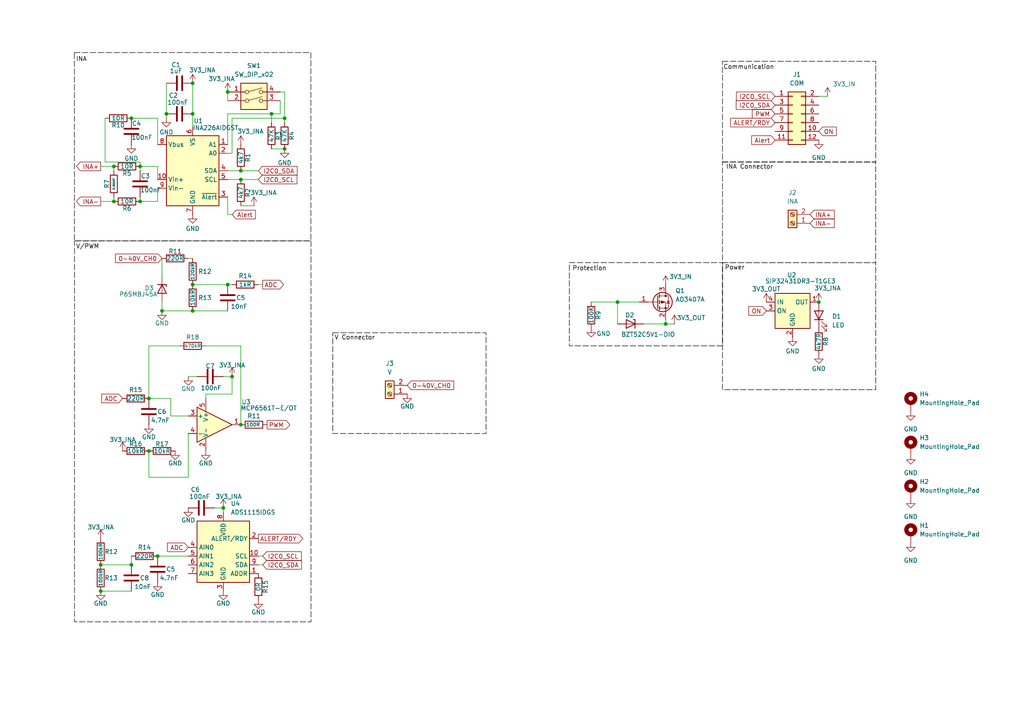
<source format=kicad_sch>
(kicad_sch (version 20250114) (generator "eeschema") (generator_version "9.0")
  (paper "A4")
  (title_block (title "INA_Board") (date "2025-11-15") (rev "1.1") (company "PKl"))
  (lib_symbols
    (symbol "Analog_ADC:ADS1115IDGS"
      (property "Reference" "U" (at 2.54 13.97 0))
      (property "Value" "ADS1115IDGS" (at 7.62 11.43 0))
      (symbol "ADS1115IDGS_0_1"
        (rectangle (start -7.62 10.16) (end 7.62 -7.62) (stroke (width 0.254)) (fill (type background)))
      )
      (symbol "ADS1115IDGS_1_1"
        (pin input line (at -10.16 2.54 0) (length 2.54) (name "AIN0") (number "4"))
        (pin input line (at -10.16 0 0) (length 2.54) (name "AIN1") (number "5"))
        (pin input line (at -10.16 -2.54 0) (length 2.54) (name "AIN2") (number "6"))
        (pin input line (at -10.16 -5.08 0) (length 2.54) (name "AIN3") (number "7"))
        (pin power_in line (at 0 12.7 270) (length 2.54) (name "VDD") (number "8"))
        (pin power_in line (at 0 -10.16 90) (length 2.54) (name "GND") (number "3"))
        (pin output line (at 10.16 5.08 180) (length 2.54) (name "ALERT/RDY") (number "2"))
        (pin input line (at 10.16 0 180) (length 2.54) (name "SCL") (number "10"))
        (pin bidirectional line (at 10.16 -2.54 180) (length 2.54) (name "SDA") (number "9"))
        (pin input line (at 10.16 -5.08 180) (length 2.54) (name "ADDR") (number "1"))
      )
    )
    (symbol "Comparator:MCP6561-OT" (pin_names (offset 0.127))
      (property "Reference" "U" (at -1.27 6.35 0))
      (property "Value" "MCP6561-OT" (at -1.27 3.81 0))
      (symbol "MCP6561-OT_0_1"
        (polyline (pts (xy -5.08 5.08) (xy 5.08 0) (xy -5.08 -5.08) (xy -5.08 5.08)) (stroke (width 0.254)) (fill (type background)))
        (pin power_in line (at -2.54 7.62 270) (length 3.81) (name "V+") (number "5"))
        (pin power_in line (at -2.54 -7.62 90) (length 3.81) (name "V-") (number "2"))
      )
      (symbol "MCP6561-OT_1_1"
        (pin input line (at -7.62 2.54 0) (length 2.54) (name "+") (number "3"))
        (pin input line (at -7.62 -2.54 0) (length 2.54) (name "-") (number "4"))
        (pin output line (at 7.62 0 180) (length 2.54) (name "~") (number "1"))
      )
    )
    (symbol "Connector:Screw_Terminal_01x02" (pin_names (offset 1.016) (hide yes))
      (property "Reference" "J" (at 0 2.54 0))
      (property "Value" "Screw_Terminal_01x02" (at 0 -5.08 0))
      (symbol "Screw_Terminal_01x02_1_1"
        (rectangle (start -1.27 1.27) (end 1.27 -3.81) (stroke (width 0.254)) (fill (type background)))
        (polyline (pts (xy -0.5334 0.3302) (xy 0.3302 -0.508)) (stroke (width 0.1524)))
        (polyline (pts (xy -0.5334 -2.2098) (xy 0.3302 -3.048)) (stroke (width 0.1524)))
        (polyline (pts (xy -0.3556 0.508) (xy 0.508 -0.3302)) (stroke (width 0.1524)))
        (polyline (pts (xy -0.3556 -2.032) (xy 0.508 -2.8702)) (stroke (width 0.1524)))
        (circle (center 0 0) (radius 0.635) (stroke (width 0.1524)))
        (circle (center 0 -2.54) (radius 0.635) (stroke (width 0.1524)))
        (pin passive line (at -5.08 0 0) (length 3.81) (name "Pin_1") (number "1"))
        (pin passive line (at -5.08 -2.54 0) (length 3.81) (name "Pin_2") (number "2"))
      )
    )
    (symbol "Connector_Generic:Conn_02x06_Odd_Even" (pin_names (offset 1.016) (hide yes))
      (property "Reference" "J" (at 1.27 7.62 0))
      (property "Value" "Conn_02x06_Odd_Even" (at 1.27 -10.16 0))
      (symbol "Conn_02x06_Odd_Even_1_1"
        (rectangle (start -1.27 6.35) (end 3.81 -8.89) (stroke (width 0.254)) (fill (type background)))
        (rectangle (start -1.27 5.207) (end 0 4.953) (stroke (width 0.1524)))
        (rectangle (start -1.27 2.667) (end 0 2.413) (stroke (width 0.1524)))
        (rectangle (start -1.27 0.127) (end 0 -0.127) (stroke (width 0.1524)))
        (rectangle (start -1.27 -2.413) (end 0 -2.667) (stroke (width 0.1524)))
        (rectangle (start -1.27 -4.953) (end 0 -5.207) (stroke (width 0.1524)))
        (rectangle (start -1.27 -7.493) (end 0 -7.747) (stroke (width 0.1524)))
        (rectangle (start 3.81 5.207) (end 2.54 4.953) (stroke (width 0.1524)))
        (rectangle (start 3.81 2.667) (end 2.54 2.413) (stroke (width 0.1524)))
        (rectangle (start 3.81 0.127) (end 2.54 -0.127) (stroke (width 0.1524)))
        (rectangle (start 3.81 -2.413) (end 2.54 -2.667) (stroke (width 0.1524)))
        (rectangle (start 3.81 -4.953) (end 2.54 -5.207) (stroke (width 0.1524)))
        (rectangle (start 3.81 -7.493) (end 2.54 -7.747) (stroke (width 0.1524)))
        (pin passive line (at -5.08 5.08 0) (length 3.81) (name "Pin_1") (number "1"))
        (pin passive line (at -5.08 2.54 0) (length 3.81) (name "Pin_3") (number "3"))
        (pin passive line (at -5.08 0 0) (length 3.81) (name "Pin_5") (number "5"))
        (pin passive line (at -5.08 -2.54 0) (length 3.81) (name "Pin_7") (number "7"))
        (pin passive line (at -5.08 -5.08 0) (length 3.81) (name "Pin_9") (number "9"))
        (pin passive line (at -5.08 -7.62 0) (length 3.81) (name "Pin_11") (number "11"))
        (pin passive line (at 7.62 5.08 180) (length 3.81) (name "Pin_2") (number "2"))
        (pin passive line (at 7.62 2.54 180) (length 3.81) (name "Pin_4") (number "4"))
        (pin passive line (at 7.62 0 180) (length 3.81) (name "Pin_6") (number "6"))
        (pin passive line (at 7.62 -2.54 180) (length 3.81) (name "Pin_8") (number "8"))
        (pin passive line (at 7.62 -5.08 180) (length 3.81) (name "Pin_10") (number "10"))
        (pin passive line (at 7.62 -7.62 180) (length 3.81) (name "Pin_12") (number "12"))
      )
    )
    (symbol "Device:C" (pin_numbers (hide yes)) (pin_names (offset 0.254))
      (property "Reference" "C" (at 0.635 2.54 0))
      (property "Value" "C" (at 0.635 -2.54 0))
      (symbol "C_0_1"
        (polyline (pts (xy -2.032 0.762) (xy 2.032 0.762)) (stroke (width 0.508)))
        (polyline (pts (xy -2.032 -0.762) (xy 2.032 -0.762)) (stroke (width 0.508)))
      )
      (symbol "C_1_1"
        (pin passive line (at 0 3.81 270) (length 2.794) (name "~") (number "1"))
        (pin passive line (at 0 -3.81 90) (length 2.794) (name "~") (number "2"))
      )
    )
    (symbol "Device:LED" (pin_numbers (hide yes)) (pin_names (offset 1.016) (hide yes))
      (property "Reference" "D" (at 0 2.54 0))
      (property "Value" "LED" (at 0 -2.54 0))
      (symbol "LED_0_1"
        (polyline (pts (xy -3.048 -0.762) (xy -4.572 -2.286) (xy -3.81 -2.286) (xy -4.572 -2.286) (xy -4.572 -1.524)))
        (polyline (pts (xy -1.778 -0.762) (xy -3.302 -2.286) (xy -2.54 -2.286) (xy -3.302 -2.286) (xy -3.302 -1.524)))
        (polyline (pts (xy -1.27 0) (xy 1.27 0)))
        (polyline (pts (xy -1.27 -1.27) (xy -1.27 1.27)) (stroke (width 0.254)))
        (polyline (pts (xy 1.27 -1.27) (xy 1.27 1.27) (xy -1.27 0) (xy 1.27 -1.27)) (stroke (width 0.254)))
      )
      (symbol "LED_1_1"
        (pin passive line (at -3.81 0 0) (length 2.54) (name "K") (number "1"))
        (pin passive line (at 3.81 0 180) (length 2.54) (name "A") (number "2"))
      )
    )
    (symbol "Device:R" (pin_numbers (hide yes)) (pin_names (offset 0))
      (property "Reference" "R" (at 2.032 0 90))
      (property "Value" "R" (at 0 0 90))
      (symbol "R_0_1"
        (rectangle (start -1.016 -2.54) (end 1.016 2.54) (stroke (width 0.254)))
      )
      (symbol "R_1_1"
        (pin passive line (at 0 3.81 270) (length 1.27) (name "~") (number "1"))
        (pin passive line (at 0 -3.81 90) (length 1.27) (name "~") (number "2"))
      )
    )
    (symbol "Diode:BZT52Bxx" (pin_numbers (hide yes)) (pin_names (hide yes))
      (property "Reference" "D" (at 0 2.54 0))
      (property "Value" "BZT52Bxx" (at 0 -2.54 0))
      (symbol "BZT52Bxx_0_1"
        (polyline (pts (xy -1.27 -1.27) (xy -1.27 1.27) (xy -0.762 1.27)) (stroke (width 0.254)))
        (polyline (pts (xy 1.27 0) (xy -1.27 0)))
        (polyline (pts (xy 1.27 -1.27) (xy 1.27 1.27) (xy -1.27 0) (xy 1.27 -1.27)) (stroke (width 0.254)))
      )
      (symbol "BZT52Bxx_1_1"
        (pin passive line (at -3.81 0 0) (length 2.54) (name "K") (number "1"))
        (pin passive line (at 3.81 0 180) (length 2.54) (name "A") (number "2"))
      )
    )
    (symbol "Diode:Z2SMBxxx" (pin_numbers (hide yes)) (pin_names (hide yes))
      (property "Reference" "D" (at 0 2.54 0))
      (property "Value" "Z2SMBxxx" (at 0 -2.54 0))
      (symbol "Z2SMBxxx_0_1"
        (polyline (pts (xy -1.27 -1.27) (xy -1.27 1.27) (xy -0.762 1.27)) (stroke (width 0.254)))
        (polyline (pts (xy 1.27 0) (xy -1.27 0)))
        (polyline (pts (xy 1.27 -1.27) (xy 1.27 1.27) (xy -1.27 0) (xy 1.27 -1.27)) (stroke (width 0.254)))
      )
      (symbol "Z2SMBxxx_1_1"
        (pin passive line (at -3.81 0 0) (length 2.54) (name "K") (number "1"))
        (pin passive line (at 3.81 0 180) (length 2.54) (name "A") (number "2"))
      )
    )
    (symbol "Mechanical:MountingHole_Pad" (pin_numbers (hide yes)) (pin_names (offset 1.016) (hide yes)) (in_bom no)
      (property "Reference" "H" (at 0 6.35 0))
      (property "Value" "MountingHole_Pad" (at 0 4.445 0))
      (symbol "MountingHole_Pad_0_1"
        (circle (center 0 1.27) (radius 1.27) (stroke (width 1.27)))
      )
      (symbol "MountingHole_Pad_1_1"
        (pin input line (at 0 -2.54 90) (length 2.54) (name "1") (number "1"))
      )
    )
    (symbol "Power_Management:SiP32431DR3"
      (property "Reference" "U" (at 0 8.89 0))
      (property "Value" "SiP32431DR3" (at 0 6.35 0))
      (symbol "SiP32431DR3_0_1"
        (rectangle (start -5.08 5.08) (end 5.08 -5.08) (stroke (width 0.254)) (fill (type background)))
      )
      (symbol "SiP32431DR3_1_1"
        (pin passive line (at -7.62 2.54 0) (length 2.54) (name "IN") (number "4"))
        (pin input line (at -7.62 0 0) (length 2.54) (name "ON") (number "3"))
        (pin power_in line (at 0 -7.62 90) (length 2.54) (name "GND") (number "2"))
        (pin passive line (at 0 -7.62 90) (length 2.54) (hide yes) (name "GND") (number "5"))
        (pin no_connect line (at 5.08 0 180) (length 2.54) (hide yes) (name "NC") (number "6"))
        (pin passive line (at 7.62 2.54 180) (length 2.54) (name "OUT") (number "1"))
      )
    )
    (symbol "Sensor_Energy:INA226"
      (property "Reference" "U" (at -6.35 11.43 0))
      (property "Value" "INA226" (at 3.81 11.43 0))
      (symbol "INA226_0_1"
        (rectangle (start 7.62 10.16) (end -7.62 -10.16) (stroke (width 0.254)) (fill (type background)))
      )
      (symbol "INA226_1_1"
        (pin input line (at -10.16 7.62 0) (length 2.54) (name "Vbus") (number "8"))
        (pin input line (at -10.16 -2.54 0) (length 2.54) (name "Vin+") (number "10"))
        (pin input line (at -10.16 -5.08 0) (length 2.54) (name "Vin-") (number "9"))
        (pin power_in line (at 0 12.7 270) (length 2.54) (name "VS") (number "6"))
        (pin power_in line (at 0 -12.7 90) (length 2.54) (name "GND") (number "7"))
        (pin input line (at 10.16 7.62 180) (length 2.54) (name "A1") (number "1"))
        (pin input line (at 10.16 5.08 180) (length 2.54) (name "A0") (number "2"))
        (pin bidirectional line (at 10.16 0 180) (length 2.54) (name "SDA") (number "4"))
        (pin input line (at 10.16 -2.54 180) (length 2.54) (name "SCL") (number "5"))
        (pin open_collector line (at 10.16 -7.62 180) (length 2.54) (name "~{Alert}") (number "3"))
      )
    )
    (symbol "Switch:SW_DIP_x02" (pin_names (offset 0) (hide yes))
      (property "Reference" "SW" (at 0 6.35 0))
      (property "Value" "SW_DIP_x02" (at 0 -3.81 0))
      (symbol "SW_DIP_x02_0_0"
        (circle (center -2.032 2.54) (radius 0.508))
        (circle (center -2.032 0) (radius 0.508))
        (polyline (pts (xy -1.524 2.667) (xy 2.3622 3.7084)))
        (polyline (pts (xy -1.524 0.127) (xy 2.3622 1.1684)))
        (circle (center 2.032 2.54) (radius 0.508))
        (circle (center 2.032 0) (radius 0.508))
      )
      (symbol "SW_DIP_x02_0_1"
        (rectangle (start -3.81 5.08) (end 3.81 -2.54) (stroke (width 0.254)) (fill (type background)))
      )
      (symbol "SW_DIP_x02_1_1"
        (pin passive line (at -7.62 2.54 0) (length 5.08) (name "~") (number "1"))
        (pin passive line (at -7.62 0 0) (length 5.08) (name "~") (number "2"))
        (pin passive line (at 7.62 2.54 180) (length 5.08) (name "~") (number "4"))
        (pin passive line (at 7.62 0 180) (length 5.08) (name "~") (number "3"))
      )
    )
    (symbol "Transistor_FET:AO3401A" (pin_names (hide yes))
      (property "Reference" "Q" (at 5.08 1.905 0))
      (property "Value" "AO3401A" (at 5.08 0 0))
      (symbol "AO3401A_0_1"
        (polyline (pts (xy 0.254 1.905) (xy 0.254 -1.905)) (stroke (width 0.254)))
        (polyline (pts (xy 0.254 0) (xy -2.54 0)))
        (polyline (pts (xy 0.762 2.286) (xy 0.762 1.27)) (stroke (width 0.254)))
        (polyline (pts (xy 0.762 1.778) (xy 3.302 1.778) (xy 3.302 -1.778) (xy 0.762 -1.778)))
        (polyline (pts (xy 0.762 0.508) (xy 0.762 -0.508)) (stroke (width 0.254)))
        (polyline (pts (xy 0.762 -1.27) (xy 0.762 -2.286)) (stroke (width 0.254)))
        (circle (center 1.651 0) (radius 2.794) (stroke (width 0.254)))
        (polyline (pts (xy 2.286 0) (xy 1.27 0.381) (xy 1.27 -0.381) (xy 2.286 0)) (fill (type outline)))
        (polyline (pts (xy 2.54 2.54) (xy 2.54 1.778)))
        (circle (center 2.54 1.778) (radius 0.254) (fill (type outline)))
        (circle (center 2.54 -1.778) (radius 0.254) (fill (type outline)))
        (polyline (pts (xy 2.54 -2.54) (xy 2.54 0) (xy 0.762 0)))
        (polyline (pts (xy 2.794 -0.508) (xy 2.921 -0.381) (xy 3.683 -0.381) (xy 3.81 -0.254)))
        (polyline (pts (xy 3.302 -0.381) (xy 2.921 0.254) (xy 3.683 0.254) (xy 3.302 -0.381)))
      )
      (symbol "AO3401A_1_1"
        (pin input line (at -5.08 0 0) (length 2.54) (name "G") (number "1"))
        (pin passive line (at 2.54 5.08 270) (length 2.54) (name "D") (number "3"))
        (pin passive line (at 2.54 -5.08 90) (length 2.54) (name "S") (number "2"))
      )
    )
    (symbol "power:+3.3V" (power) (pin_numbers (hide yes)) (pin_names (offset 0) (hide yes))
      (property "Value" "+3.3V" (at 0 3.556 0))
      (symbol "+3.3V_0_1"
        (polyline (pts (xy -0.762 1.27) (xy 0 2.54)))
        (polyline (pts (xy 0 2.54) (xy 0.762 1.27)))
        (polyline (pts (xy 0 0) (xy 0 2.54)))
      )
      (symbol "+3.3V_1_1"
        (pin power_in line (at 0 0 90) (length 0) (name "~") (number "1"))
      )
    )
    (symbol "power:GND" (power) (pin_numbers (hide yes)) (pin_names (offset 0) (hide yes))
      (property "Value" "GND" (at 0 -3.81 0))
      (symbol "GND_0_1"
        (polyline (pts (xy 0 0) (xy 0 -1.27) (xy 1.27 -1.27) (xy 0 -2.54) (xy -1.27 -1.27) (xy 0 -1.27)))
      )
      (symbol "GND_1_1"
        (pin power_in line (at 0 0 270) (length 0) (name "~") (number "1"))
      )
    )
  )
  (rectangle (start 96.52 96.52) (end 140.97 125.73) (stroke (width 0) (type dash) (color 0 0 0 1)))
  (rectangle (start 165.1324 76.1757) (end 209.5824 100.3057) (stroke (width 0) (type dash) (color 0 0 0 1)))
  (rectangle (start 209.55 17.78) (end 254 46.99) (stroke (width 0) (type dash) (color 0 0 0 1)))
  (rectangle (start 21.59 15.24) (end 90.17 69.85) (stroke (width 0) (type dash) (color 0 0 0 1)))
  (rectangle (start 209.55 76.2) (end 254 113.03) (stroke (width 0) (type dash) (color 0 0 0 1)))
  (rectangle (start 21.6145 69.858) (end 90.1945 180.356) (stroke (width 0) (type dash) (color 0 0 0 1)))
  (rectangle (start 209.55 46.99) (end 254 76.2) (stroke (width 0) (type dash) (color 0 0 0 1)))
  (text "Protection" (at 170.9744 77.9537 0) (effects (font (size 1.27 1.27))))
  (text "INA Connector" (at 217.424 48.514 0) (effects (font (size 1.27 1.27))))
  (text "Power" (at 213.106 77.724 0) (effects (font (size 1.27 1.27))))
  (text "V/PWM" (at 25.4 71.628 0) (effects (font (size 1.27 1.27))))
  (text "INA" (at 23.622 17.272 0) (effects (font (size 1.27 1.27))))
  (text "Communication" (at 217.17 19.558 0) (effects (font (size 1.27 1.27))))
  (text "V Connector" (at 102.87 98.044 0) (effects (font (size 1.27 1.27))))
  (junction (at 38.1 163.83))
  (junction (at 55.88 33.02))
  (junction (at 78.74 33.02))
  (junction (at 66.04 26.67))
  (junction (at 40.64 48.26))
  (junction (at 193.0724 93.9557))
  (junction (at 46.99 90.17))
  (junction (at 29.21 163.83))
  (junction (at 64.77 147.32))
  (junction (at 82.55 34.29))
  (junction (at 82.55 43.18))
  (junction (at 66.04 82.55))
  (junction (at 43.18 115.57))
  (junction (at 67.31 109.22))
  (junction (at 29.21 171.45))
  (junction (at 55.88 90.17))
  (junction (at 43.18 130.81))
  (junction (at 179.1024 87.6057))
  (junction (at 33.02 48.26))
  (junction (at 69.85 52.07))
  (junction (at 69.85 49.53))
  (junction (at 69.85 123.19))
  (junction (at 55.88 82.55))
  (junction (at 55.88 24.13))
  (junction (at 33.02 58.42))
  (junction (at 48.26 33.02))
  (junction (at 237.49 87.63))
  (junction (at 45.72 161.29))
  (junction (at 40.64 58.42))
  (junction (at 38.1 34.29))
  (wire (pts (xy 74.93 82.55) (xy 76.2 82.55)))
  (wire (pts (xy 45.72 48.26) (xy 45.72 52.07)))
  (wire (pts (xy 30.48 34.29) (xy 30.48 46.99)))
  (wire (pts (xy 55.88 90.17) (xy 66.04 90.17)))
  (wire (pts (xy 48.26 24.13) (xy 48.26 33.02)))
  (wire (pts (xy 59.69 114.3) (xy 59.69 115.57)))
  (wire (pts (xy 64.77 109.22) (xy 67.31 109.22)))
  (wire (pts (xy 66.04 26.67) (xy 66.04 29.21)))
  (wire (pts (xy 54.61 138.43) (xy 43.18 138.43)))
  (wire (pts (xy 66.04 33.02) (xy 66.04 41.91)))
  (wire (pts (xy 33.02 57.15) (xy 33.02 58.42)))
  (wire (pts (xy 46.99 90.17) (xy 55.88 90.17)))
  (wire (pts (xy 67.31 44.45) (xy 67.31 34.29)))
  (wire (pts (xy 54.61 74.93) (xy 55.88 74.93)))
  (wire (pts (xy 46.99 74.93) (xy 46.99 80.01)))
  (wire (pts (xy 29.21 171.45) (xy 38.1 171.45)))
  (wire (pts (xy 43.18 138.43) (xy 43.18 130.81)))
  (wire (pts (xy 64.77 147.32) (xy 64.77 148.59)))
  (wire (pts (xy 74.93 163.83) (xy 76.2 163.83)))
  (wire (pts (xy 45.72 161.29) (xy 54.61 161.29)))
  (wire (pts (xy 62.23 147.32) (xy 64.77 147.32)))
  (wire (pts (xy 193.0724 92.6857) (xy 193.0724 93.9557)))
  (wire (pts (xy 40.64 46.99) (xy 40.64 48.26)))
  (wire (pts (xy 33.02 48.26) (xy 33.02 49.53)))
  (wire (pts (xy 55.88 33.02) (xy 55.88 36.83)))
  (wire (pts (xy 43.18 115.57) (xy 49.53 115.57)))
  (wire (pts (xy 67.31 34.29) (xy 82.55 34.29)))
  (wire (pts (xy 193.0724 93.9557) (xy 195.6124 93.9557)))
  (wire (pts (xy 29.21 163.83) (xy 38.1 163.83)))
  (wire (pts (xy 67.31 109.22) (xy 67.31 114.3)))
  (wire (pts (xy 74.93 52.07) (xy 69.85 52.07)))
  (wire (pts (xy 66.04 57.15) (xy 66.04 62.23)))
  (wire (pts (xy 43.18 100.33) (xy 43.18 115.57)))
  (wire (pts (xy 59.69 100.33) (xy 69.85 100.33)))
  (wire (pts (xy 29.21 58.42) (xy 33.02 58.42)))
  (wire (pts (xy 69.85 100.33) (xy 69.85 123.19)))
  (wire (pts (xy 55.88 82.55) (xy 66.04 82.55)))
  (wire (pts (xy 67.31 82.55) (xy 66.04 82.55)))
  (wire (pts (xy 43.18 100.33) (xy 52.07 100.33)))
  (wire (pts (xy 45.72 34.29) (xy 38.1 34.29)))
  (wire (pts (xy 45.72 41.91) (xy 45.72 34.29)))
  (wire (pts (xy 40.64 58.42) (xy 45.72 58.42)))
  (wire (pts (xy 66.04 62.23) (xy 67.31 62.23)))
  (wire (pts (xy 171.4824 87.6057) (xy 179.1024 87.6057)))
  (wire (pts (xy 40.64 48.26) (xy 45.72 48.26)))
  (wire (pts (xy 81.28 33.02) (xy 78.74 33.02)))
  (wire (pts (xy 29.21 48.26) (xy 33.02 48.26)))
  (wire (pts (xy 179.1024 87.6057) (xy 179.1024 93.9557)))
  (wire (pts (xy 45.72 54.61) (xy 45.72 58.42)))
  (wire (pts (xy 54.61 109.22) (xy 57.15 109.22)))
  (wire (pts (xy 74.93 49.53) (xy 69.85 49.53)))
  (wire (pts (xy 67.31 114.3) (xy 59.69 114.3)))
  (wire (pts (xy 78.74 43.18) (xy 82.55 43.18)))
  (wire (pts (xy 38.1 34.29) (xy 38.1 35.56)))
  (wire (pts (xy 38.1 161.29) (xy 38.1 163.83)))
  (wire (pts (xy 82.55 26.67) (xy 81.28 26.67)))
  (wire (pts (xy 48.26 33.02) (xy 48.26 34.29)))
  (wire (pts (xy 55.88 24.13) (xy 55.88 33.02)))
  (wire (pts (xy 240.03 27.94) (xy 237.49 27.94)))
  (wire (pts (xy 69.85 52.07) (xy 66.04 52.07)))
  (wire (pts (xy 66.04 33.02) (xy 78.74 33.02)))
  (wire (pts (xy 78.74 33.02) (xy 78.74 35.56)))
  (wire (pts (xy 82.55 26.67) (xy 82.55 34.29)))
  (wire (pts (xy 82.55 34.29) (xy 82.55 35.56)))
  (wire (pts (xy 49.53 120.65) (xy 54.61 120.65)))
  (wire (pts (xy 186.7224 93.9557) (xy 193.0724 93.9557)))
  (wire (pts (xy 40.64 48.26) (xy 40.64 49.53)))
  (wire (pts (xy 46.99 87.63) (xy 46.99 90.17)))
  (wire (pts (xy 30.48 46.99) (xy 40.64 46.99)))
  (wire (pts (xy 69.85 49.53) (xy 66.04 49.53)))
  (wire (pts (xy 49.53 115.57) (xy 49.53 120.65)))
  (wire (pts (xy 179.1024 87.6057) (xy 185.4524 87.6057)))
  (wire (pts (xy 40.64 58.42) (xy 40.64 57.15)))
  (wire (pts (xy 54.61 138.43) (xy 54.61 125.73)))
  (wire (pts (xy 66.04 44.45) (xy 67.31 44.45)))
  (wire (pts (xy 81.28 29.21) (xy 81.28 33.02)))
  (wire (pts (xy 74.93 161.29) (xy 76.2 161.29)))
  (wire (pts (xy 69.85 59.69) (xy 73.66 59.69)))
  (global_label "ON" (shape input) (at 222.25 90.17 180) (property "Intersheetrefs" "${INTERSHEET_REFS}" (effects (hide yes))))
  (global_label "I2C0_SCL" (shape input) (at 224.79 27.94 180) (property "Intersheetrefs" "${INTERSHEET_REFS}" (effects (hide yes))))
  (global_label "I2C0_SDA" (shape input) (at 76.2 163.83 0) (property "Intersheetrefs" "${INTERSHEET_REFS}" (effects (hide yes))))
  (global_label "0-40V_CH0" (shape input) (at 118.11 111.76 0) (property "Intersheetrefs" "${INTERSHEET_REFS}" (effects (hide yes))))
  (global_label "I2C0_SCL" (shape input) (at 74.93 52.07 0) (property "Intersheetrefs" "${INTERSHEET_REFS}" (effects (hide yes))))
  (global_label "Alert" (shape input) (at 224.79 40.64 180) (property "Intersheetrefs" "${INTERSHEET_REFS}" (effects (hide yes))))
  (global_label "PWM" (shape output) (at 77.47 123.19 0) (property "Intersheetrefs" "${INTERSHEET_REFS}" (effects (hide yes))))
  (global_label "ON" (shape input) (at 237.49 38.1 0) (property "Intersheetrefs" "${INTERSHEET_REFS}" (effects (hide yes))))
  (global_label "INA+" (shape output) (at 29.21 48.26 180) (property "Intersheetrefs" "${INTERSHEET_REFS}" (effects (hide yes))))
  (global_label "ALERT{slash}RDY" (shape output) (at 74.93 156.21 0) (property "Intersheetrefs" "${INTERSHEET_REFS}" (effects (hide yes))))
  (global_label "I2C0_SDA" (shape input) (at 224.79 30.48 180) (property "Intersheetrefs" "${INTERSHEET_REFS}" (effects (hide yes))))
  (global_label "ALERT{slash}RDY" (shape input) (at 224.79 35.56 180) (property "Intersheetrefs" "${INTERSHEET_REFS}" (effects (hide yes))))
  (global_label "INA-" (shape input) (at 234.95 64.77 0) (property "Intersheetrefs" "${INTERSHEET_REFS}" (effects (hide yes))))
  (global_label "I2C0_SDA" (shape input) (at 74.93 49.53 0) (property "Intersheetrefs" "${INTERSHEET_REFS}" (effects (hide yes))))
  (global_label "INA-" (shape output) (at 29.21 58.42 180) (property "Intersheetrefs" "${INTERSHEET_REFS}" (effects (hide yes))))
  (global_label "PWM" (shape input) (at 224.79 33.02 180) (property "Intersheetrefs" "${INTERSHEET_REFS}" (effects (hide yes))))
  (global_label "ADC" (shape input) (at 54.61 158.75 180) (property "Intersheetrefs" "${INTERSHEET_REFS}" (effects (hide yes))))
  (global_label "I2C0_SCL" (shape input) (at 76.2 161.29 0) (property "Intersheetrefs" "${INTERSHEET_REFS}" (effects (hide yes))))
  (global_label "ADC" (shape output) (at 76.2 82.55 0) (property "Intersheetrefs" "${INTERSHEET_REFS}" (effects (hide yes))))
  (global_label "Alert" (shape input) (at 67.31 62.23 0) (property "Intersheetrefs" "${INTERSHEET_REFS}" (effects (hide yes))))
  (global_label "0-40V_CH0" (shape input) (at 46.99 74.93 180) (property "Intersheetrefs" "${INTERSHEET_REFS}" (effects (hide yes))))
  (global_label "INA+" (shape input) (at 234.95 62.23 0) (property "Intersheetrefs" "${INTERSHEET_REFS}" (effects (hide yes))))
  (global_label "ADC" (shape input) (at 35.56 115.57 180) (property "Intersheetrefs" "${INTERSHEET_REFS}" (effects (hide yes))))
  (symbol (lib_id "Device:C") (at 38.1 38.1 180) (unit 1)
    (property "Reference" "C4" (at 39.624 35.814 0))
    (property "Value" "100nF" (at 41.148 39.878 0))
    (property "Footprint" "Capacitor_SMD:C_0805_2012Metric" (effects (hide yes)))
    (property "Description" "Unpolarized capacitor" (effects (hide yes)))
  )
  (symbol (lib_id "Power_Management:SiP32431DR3") (at 229.87 90.17 0) (unit 1)
    (property "Reference" "U2" (at 229.616 79.756 0))
    (property "Value" "SIP32431DR3-T1GE3" (at 232.156 81.534 0))
    (property "Footprint" "Package_TO_SOT_SMD:SOT-363_SC-70-6" (effects (hide yes)))
    (property "Datasheet" "http://www.vishay.com.hk/docs/66597/sip32431.pdf" (effects (hide yes)))
    (property "Description" "10 pA, Ultra Low Leakage and Quiescent Current, Load Switch with Reverse Blocking, High Enable, SC-70-6" (effects (hide yes)))
  )
  (symbol (lib_id "Device:R") (at 29.21 160.02 180) (unit 1)
    (property "Reference" "R12" (at 32.258 160.02 0))
    (property "Value" "100kR" (at 29.21 160.02 90) (effects (font (size 1.016 1.016))))
    (property "Footprint" "Resistor_SMD:R_0805_2012Metric" (effects (hide yes)))
    (property "Description" "Resistor" (effects (hide yes)))
  )
  (symbol (lib_id "power:GND") (at 264.16 144.78 0) (unit 1)
    (property "Reference" "#PWR077" (effects (hide yes)))
    (property "Value" "GND" (at 264.16 149.86 0))
    (property "Description" "Power symbol creates a global label with name \"GND\" , ground" (effects (hide yes)))
  )
  (symbol (lib_id "Device:R") (at 34.29 34.29 90) (unit 1)
    (property "Reference" "R10" (at 34.29 36.322 90))
    (property "Value" "10R" (at 34.29 34.29 90))
    (property "Footprint" "Resistor_SMD:R_0805_2012Metric" (effects (hide yes)))
    (property "Description" "Resistor" (effects (hide yes)))
  )
  (symbol (lib_id "power:GND") (at 54.61 109.22 0) (unit 1)
    (property "Reference" "#PWR016" (effects (hide yes)))
    (property "Value" "GND" (at 54.61 112.776 0))
    (property "Description" "Power symbol creates a global label with name \"GND\" , ground" (effects (hide yes)))
  )
  (symbol (lib_id "Device:C") (at 43.18 119.38 180) (unit 1)
    (property "Reference" "C6" (at 46.99 119.38 0))
    (property "Value" "4.7nF" (at 46.482 121.92 0))
    (property "Footprint" "Capacitor_SMD:C_0805_2012Metric" (effects (hide yes)))
    (property "Description" "Unpolarized capacitor" (effects (hide yes)))
  )
  (symbol (lib_id "power:+3.3V") (at 237.49 87.63 0) (unit 1)
    (property "Reference" "#PWR03" (effects (hide yes)))
    (property "Value" "3V3_INA" (at 240.03 83.566 0))
    (property "Description" "Power symbol creates a global label with name \"+3.3V\"" (effects (hide yes)))
  )
  (symbol (lib_id "Diode:BZT52Bxx") (at 182.9124 93.9557 0) (mirror y) (unit 1)
    (property "Reference" "D2" (at 182.6584 91.4157 0))
    (property "Value" "BZT52C5V1-DIO" (at 187.9924 97.0037 0))
    (property "Footprint" "Diode_SMD:D_SOD-123F" (effects (hide yes)))
    (property "Datasheet" "https://diotec.com/tl_files/diotec/files/pdf/datasheets/bzt52b2v4.pdf" (effects (hide yes)))
    (property "Description" "500mW Zener Diode, SOD-123F" (effects (hide yes)))
  )
  (symbol (lib_id "Device:R") (at 36.83 58.42 90) (unit 1)
    (property "Reference" "R6" (at 36.83 60.452 90))
    (property "Value" "10R" (at 36.83 58.42 90))
    (property "Footprint" "Resistor_SMD:R_0805_2012Metric" (effects (hide yes)))
    (property "Description" "Resistor" (effects (hide yes)))
  )
  (symbol (lib_id "Device:R") (at 39.37 115.57 270) (unit 1)
    (property "Reference" "R15" (at 39.37 113.03 90))
    (property "Value" "220R" (at 39.37 115.57 90))
    (property "Footprint" "Resistor_SMD:R_0805_2012Metric" (effects (hide yes)))
    (property "Description" "Resistor" (effects (hide yes)))
  )
  (symbol (lib_id "Device:R") (at 36.83 48.26 90) (unit 1)
    (property "Reference" "R5" (at 36.83 50.292 90))
    (property "Value" "10R" (at 36.83 48.26 90))
    (property "Footprint" "Resistor_SMD:R_0805_2012Metric" (effects (hide yes)))
    (property "Description" "Resistor" (effects (hide yes)))
  )
  (symbol (lib_id "power:+3.3V") (at 193.0724 82.5257 0) (unit 1)
    (property "Reference" "#PWR0101" (effects (hide yes)))
    (property "Value" "3V3_IN" (at 197.3904 80.2397 0))
    (property "Description" "Power symbol creates a global label with name \"+3.3V\"" (effects (hide yes)))
  )
  (symbol (lib_id "Mechanical:MountingHole_Pad") (at 264.16 116.84 0) (unit 1) (in_bom no)
    (property "Reference" "H4" (at 266.7 114.2999 0) (effects (justify left)))
    (property "Value" "MountingHole_Pad" (at 266.7 116.8399 0) (effects (justify left)))
    (property "Footprint" "MountingHole:MountingHole_3.2mm_M3_DIN965_Pad" (effects (hide yes)))
    (property "Description" "Mounting Hole with connection" (effects (hide yes)))
  )
  (symbol (lib_id "power:GND") (at 229.87 97.79 0) (unit 1)
    (property "Reference" "#PWR02" (effects (hide yes)))
    (property "Value" "GND" (at 229.87 101.854 0))
    (property "Description" "Power symbol creates a global label with name \"GND\" , ground" (effects (hide yes)))
  )
  (symbol (lib_id "Mechanical:MountingHole_Pad") (at 264.16 129.54 0) (unit 1) (in_bom no)
    (property "Reference" "H3" (at 266.7 126.9999 0) (effects (justify left)))
    (property "Value" "MountingHole_Pad" (at 266.7 129.5399 0) (effects (justify left)))
    (property "Footprint" "MountingHole:MountingHole_3.2mm_M3_DIN965_Pad" (effects (hide yes)))
    (property "Description" "Mounting Hole with connection" (effects (hide yes)))
  )
  (symbol (lib_id "Device:R") (at 46.99 130.81 90) (unit 1)
    (property "Reference" "R17" (at 46.99 128.778 90))
    (property "Value" "10kR" (at 46.99 130.81 90))
    (property "Footprint" "Resistor_SMD:R_0805_2012Metric" (effects (hide yes)))
    (property "Description" "Resistor" (effects (hide yes)))
  )
  (symbol (lib_id "power:GND") (at 264.16 157.48 0) (unit 1)
    (property "Reference" "#PWR078" (effects (hide yes)))
    (property "Value" "GND" (at 264.16 162.56 0))
    (property "Description" "Power symbol creates a global label with name \"GND\" , ground" (effects (hide yes)))
  )
  (symbol (lib_id "power:GND") (at 264.16 119.38 0) (unit 1)
    (property "Reference" "#PWR0132" (effects (hide yes)))
    (property "Value" "GND" (at 264.16 124.46 0))
    (property "Description" "Power symbol creates a global label with name \"GND\" , ground" (effects (hide yes)))
  )
  (symbol (lib_id "power:+3.3V") (at 67.31 109.22 0) (unit 1)
    (property "Reference" "#PWR018" (effects (hide yes)))
    (property "Value" "3V3_INA" (at 67.31 105.918 0))
    (property "Description" "Power symbol creates a global label with name \"+3.3V\"" (effects (hide yes)))
  )
  (symbol (lib_id "Diode:Z2SMBxxx") (at 46.99 83.82 270) (unit 1)
    (property "Reference" "D3" (at 41.91 83.566 90) (effects (justify left)))
    (property "Value" "P6SMBJ45A" (at 34.544 85.344 90) (effects (justify left)))
    (property "Footprint" "Diode_SMD:D_SMB" (effects (hide yes)))
    (property "Datasheet" "https://diotec.com/tl_files/diotec/files/pdf/datasheets/z2smb1.pdf" (effects (hide yes)))
    (property "Description" "2000mW Zener Diode, SMB(DO-214AA)" (effects (hide yes)))
  )
  (symbol (lib_id "power:GND") (at 118.11 114.3 0) (unit 1)
    (property "Reference" "#PWR08" (effects (hide yes)))
    (property "Value" "GND" (at 118.11 117.856 0))
    (property "Description" "Power symbol creates a global label with name \"GND\" , ground" (effects (hide yes)))
  )
  (symbol (lib_id "power:+3.3V") (at 29.21 156.21 0) (unit 1)
    (property "Reference" "#PWR019" (effects (hide yes)))
    (property "Value" "3V3_INA" (at 29.21 152.908 0))
    (property "Description" "Power symbol creates a global label with name \"+3.3V\"" (effects (hide yes)))
  )
  (symbol (lib_id "power:+3.3V") (at 73.66 59.69 0) (unit 1)
    (property "Reference" "#PWR0116" (effects (hide yes)))
    (property "Value" "3V3_INA" (at 76.454 55.88 0))
    (property "Description" "Power symbol creates a global label with name \"+3.3V\"" (effects (hide yes)))
  )
  (symbol (lib_id "Device:R") (at 55.88 100.33 270) (unit 1)
    (property "Reference" "R18" (at 55.88 97.79 90))
    (property "Value" "470kR" (at 55.88 100.33 90) (effects (font (size 1.016 1.016))))
    (property "Footprint" "Resistor_SMD:R_0805_2012Metric" (effects (hide yes)))
    (property "Description" "Resistor" (effects (hide yes)))
  )
  (symbol (lib_id "power:GND") (at 45.72 168.91 0) (unit 1)
    (property "Reference" "#PWR021" (effects (hide yes)))
    (property "Value" "GND" (at 45.72 172.466 0))
    (property "Description" "Power symbol creates a global label with name \"GND\" , ground" (effects (hide yes)))
  )
  (symbol (lib_id "power:GND") (at 29.21 171.45 0) (unit 1)
    (property "Reference" "#PWR020" (effects (hide yes)))
    (property "Value" "GND" (at 29.21 175.006 0))
    (property "Description" "Power symbol creates a global label with name \"GND\" , ground" (effects (hide yes)))
  )
  (symbol (lib_id "power:GND") (at 55.88 62.23 0) (unit 1)
    (property "Reference" "#PWR053" (effects (hide yes)))
    (property "Value" "GND" (at 55.88 66.294 0))
    (property "Description" "Power symbol creates a global label with name \"GND\" , ground" (effects (hide yes)))
  )
  (symbol (lib_id "Sensor_Energy:INA226") (at 55.88 49.53 0) (unit 1)
    (property "Reference" "U1" (at 56.134 35.052 0) (effects (justify left)))
    (property "Value" "INA226AIDGST" (at 55.88 37.084 0) (effects (justify left)))
    (property "Footprint" "Package_SO:VSSOP-10_3x3mm_P0.5mm" (effects (hide yes)))
    (property "Datasheet" "http://www.ti.com/lit/ds/symlink/ina226.pdf" (effects (hide yes)))
    (property "Description" "High-Side or Low-Side Measurement, Bi-Directional Current and Power Monitor (0-36V) with I2C Compatible Interface, VSSOP-10" (effects (hide yes)))
  )
  (symbol (lib_id "Device:R") (at 82.55 39.37 180) (unit 1)
    (property "Reference" "R4" (at 84.582 39.37 90))
    (property "Value" "47K" (at 82.55 39.37 90))
    (property "Footprint" "Resistor_SMD:R_0805_2012Metric" (effects (hide yes)))
    (property "Description" "Resistor" (effects (hide yes)))
  )
  (symbol (lib_id "Device:R") (at 237.49 99.06 180) (unit 1)
    (property "Reference" "R8" (at 239.522 99.06 90))
    (property "Value" "4k7R" (at 237.49 99.06 90))
    (property "Footprint" "Resistor_SMD:R_0805_2012Metric" (effects (hide yes)))
    (property "Description" "Resistor" (effects (hide yes)))
  )
  (symbol (lib_id "Device:R") (at 71.12 82.55 270) (unit 1)
    (property "Reference" "R14" (at 71.12 80.01 90))
    (property "Value" "1kR" (at 71.12 82.55 90))
    (property "Footprint" "Resistor_SMD:R_0805_2012Metric" (effects (hide yes)))
    (property "Description" "Resistor" (effects (hide yes)))
  )
  (symbol (lib_id "Mechanical:MountingHole_Pad") (at 264.16 142.24 0) (unit 1) (in_bom no)
    (property "Reference" "H2" (at 266.7 139.6999 0) (effects (justify left)))
    (property "Value" "MountingHole_Pad" (at 266.7 142.2399 0) (effects (justify left)))
    (property "Footprint" "MountingHole:MountingHole_3.2mm_M3_DIN965_Pad" (effects (hide yes)))
    (property "Description" "Mounting Hole with connection" (effects (hide yes)))
  )
  (symbol (lib_id "Device:C") (at 66.04 86.36 180) (unit 1)
    (property "Reference" "C5" (at 69.85 86.36 0))
    (property "Value" "10nF" (at 69.342 88.9 0))
    (property "Footprint" "Capacitor_SMD:C_0805_2012Metric" (effects (hide yes)))
    (property "Description" "Unpolarized capacitor" (effects (hide yes)))
  )
  (symbol (lib_id "Device:R") (at 55.88 86.36 180) (unit 1)
    (property "Reference" "R13" (at 59.436 86.36 0))
    (property "Value" "10kR" (at 55.88 86.36 90))
    (property "Footprint" "Resistor_SMD:R_0805_2012Metric" (effects (hide yes)))
    (property "Description" "Resistor" (effects (hide yes)))
  )
  (symbol (lib_id "power:GND") (at 74.93 173.99 0) (unit 1)
    (property "Reference" "#PWR025" (effects (hide yes)))
    (property "Value" "GND" (at 74.93 177.546 0))
    (property "Description" "Power symbol creates a global label with name \"GND\" , ground" (effects (hide yes)))
  )
  (symbol (lib_id "Device:R") (at 33.02 53.34 0) (unit 1)
    (property "Reference" "R7" (at 30.988 53.34 90))
    (property "Value" "R_SHUNT" (at 33.02 53.34 90) (effects (font (size 0.508 0.508))))
    (property "Footprint" "Resistor_SMD:R_2512_6332Metric" (effects (hide yes)))
    (property "Description" "Resistor" (effects (hide yes)))
  )
  (symbol (lib_id "Device:C") (at 58.42 147.32 270) (unit 1)
    (property "Reference" "C6" (at 56.642 141.986 90))
    (property "Value" "100nF" (at 57.912 144.018 90))
    (property "Footprint" "Capacitor_SMD:C_0805_2012Metric" (effects (hide yes)))
    (property "Description" "Unpolarized capacitor" (effects (hide yes)))
  )
  (symbol (lib_id "Device:C") (at 38.1 167.64 180) (unit 1)
    (property "Reference" "C8" (at 41.91 167.64 0))
    (property "Value" "10nF" (at 41.402 170.18 0))
    (property "Footprint" "Capacitor_SMD:C_0805_2012Metric" (effects (hide yes)))
    (property "Description" "Unpolarized capacitor" (effects (hide yes)))
  )
  (symbol (lib_id "Transistor_FET:AO3401A") (at 190.5324 87.6057 0) (unit 1)
    (property "Reference" "Q1" (at 195.8664 84.3037 0) (effects (justify left)))
    (property "Value" "AO3407A" (at 195.8664 86.8437 0) (effects (justify left)))
    (property "Footprint" "Package_TO_SOT_SMD:SOT-23" (effects (hide yes)))
    (property "Datasheet" "http://www.aosmd.com/pdfs/datasheet/AO3401A.pdf" (effects (hide yes)))
    (property "Description" "-4.0A Id, -30V Vds, P-Channel MOSFET, SOT-23" (effects (hide yes)))
  )
  (symbol (lib_id "power:GND") (at 43.18 123.19 0) (unit 1)
    (property "Reference" "#PWR014" (effects (hide yes)))
    (property "Value" "GND" (at 43.18 126.746 0))
    (property "Description" "Power symbol creates a global label with name \"GND\" , ground" (effects (hide yes)))
  )
  (symbol (lib_id "power:GND") (at 64.77 171.45 0) (unit 1)
    (property "Reference" "#PWR024" (effects (hide yes)))
    (property "Value" "GND" (at 64.77 175.006 0))
    (property "Description" "Power symbol creates a global label with name \"GND\" , ground" (effects (hide yes)))
  )
  (symbol (lib_id "Device:R") (at 39.37 130.81 90) (unit 1)
    (property "Reference" "R16" (at 39.37 128.778 90))
    (property "Value" "10kR" (at 39.37 130.81 90))
    (property "Footprint" "Resistor_SMD:R_0805_2012Metric" (effects (hide yes)))
    (property "Description" "Resistor" (effects (hide yes)))
  )
  (symbol (lib_id "Device:R") (at 55.88 78.74 180) (unit 1)
    (property "Reference" "R12" (at 59.436 78.74 0))
    (property "Value" "120kR" (at 55.88 78.74 90) (effects (font (size 1.016 1.016))))
    (property "Footprint" "Resistor_SMD:R_0805_2012Metric" (effects (hide yes)))
    (property "Description" "Resistor" (effects (hide yes)))
  )
  (symbol (lib_id "Device:R") (at 74.93 170.18 180) (unit 1)
    (property "Reference" "R15" (at 76.962 170.18 90))
    (property "Value" "0R" (at 74.93 170.18 90))
    (property "Footprint" "Resistor_SMD:R_0805_2012Metric" (effects (hide yes)))
    (property "Description" "Resistor" (effects (hide yes)))
  )
  (symbol (lib_id "power:GND") (at 38.1 41.91 0) (unit 1)
    (property "Reference" "#PWR06" (effects (hide yes)))
    (property "Value" "GND" (at 38.1 45.974 0))
    (property "Description" "Power symbol creates a global label with name \"GND\" , ground" (effects (hide yes)))
  )
  (symbol (lib_id "Device:R") (at 29.21 167.64 180) (unit 1)
    (property "Reference" "R13" (at 32.258 167.64 0))
    (property "Value" "100kR" (at 29.21 167.64 90) (effects (font (size 1.016 1.016))))
    (property "Footprint" "Resistor_SMD:R_0805_2012Metric" (effects (hide yes)))
    (property "Description" "Resistor" (effects (hide yes)))
  )
  (symbol (lib_id "power:GND") (at 264.16 132.08 0) (unit 1)
    (property "Reference" "#PWR0131" (effects (hide yes)))
    (property "Value" "GND" (at 264.16 137.16 0))
    (property "Description" "Power symbol creates a global label with name \"GND\" , ground" (effects (hide yes)))
  )
  (symbol (lib_id "power:+3.3V") (at 35.56 130.81 0) (unit 1)
    (property "Reference" "#PWR013" (effects (hide yes)))
    (property "Value" "3V3_INA" (at 35.56 127.508 0))
    (property "Description" "Power symbol creates a global label with name \"+3.3V\"" (effects (hide yes)))
  )
  (symbol (lib_id "power:GND") (at 237.49 102.87 0) (unit 1)
    (property "Reference" "#PWR04" (effects (hide yes)))
    (property "Value" "GND" (at 237.49 106.934 0))
    (property "Description" "Power symbol creates a global label with name \"GND\" , ground" (effects (hide yes)))
  )
  (symbol (lib_id "power:+3.3V") (at 64.77 147.32 0) (unit 1)
    (property "Reference" "#PWR023" (effects (hide yes)))
    (property "Value" "3V3_INA" (at 66.294 144.018 0))
    (property "Description" "Power symbol creates a global label with name \"+3.3V\"" (effects (hide yes)))
  )
  (symbol (lib_id "Device:C") (at 40.64 53.34 180) (unit 1)
    (property "Reference" "C3" (at 42.164 51.054 0))
    (property "Value" "100nF" (at 43.688 55.118 0))
    (property "Footprint" "Capacitor_SMD:C_0805_2012Metric" (effects (hide yes)))
    (property "Description" "Unpolarized capacitor" (effects (hide yes)))
  )
  (symbol (lib_id "power:GND") (at 59.69 130.81 0) (unit 1)
    (property "Reference" "#PWR017" (effects (hide yes)))
    (property "Value" "GND" (at 59.69 134.366 0))
    (property "Description" "Power symbol creates a global label with name \"GND\" , ground" (effects (hide yes)))
  )
  (symbol (lib_id "power:GND") (at 54.61 147.32 0) (unit 1)
    (property "Reference" "#PWR022" (effects (hide yes)))
    (property "Value" "GND" (at 54.61 150.876 0))
    (property "Description" "Power symbol creates a global label with name \"GND\" , ground" (effects (hide yes)))
  )
  (symbol (lib_id "Device:R") (at 41.91 161.29 270) (unit 1)
    (property "Reference" "R14" (at 41.91 158.75 90))
    (property "Value" "220R" (at 41.91 161.29 90))
    (property "Footprint" "Resistor_SMD:R_0805_2012Metric" (effects (hide yes)))
    (property "Description" "Resistor" (effects (hide yes)))
  )
  (symbol (lib_id "Connector_Generic:Conn_02x06_Odd_Even") (at 229.87 33.02 0) (unit 1)
    (property "Reference" "J1" (at 231.14 21.59 0))
    (property "Value" "COM" (at 231.14 24.13 0))
    (property "Footprint" "Connector_PinHeader_2.54mm:PinHeader_2x06_P2.54mm_Vertical" (effects (hide yes)))
    (property "Description" "Generic connector, double row, 02x06, odd/even pin numbering scheme (row 1 odd numbers, row 2 even numbers), script generated (kicad-library-utils/schlib/autogen/connector/)" (effects (hide yes)))
  )
  (symbol (lib_id "Device:LED") (at 237.49 91.44 90) (unit 1)
    (property "Reference" "D1" (at 241.3 91.7574 90) (effects (justify right)))
    (property "Value" "LED" (at 241.3 94.2974 90) (effects (justify right)))
    (property "Footprint" "LED_SMD:LED_0805_2012Metric" (effects (hide yes)))
    (property "Description" "Light emitting diode" (effects (hide yes)))
    (property "Sim.Pins" "1=K 2=A" (effects (hide yes)))
  )
  (symbol (lib_id "power:GND") (at 50.8 130.81 0) (unit 1)
    (property "Reference" "#PWR015" (effects (hide yes)))
    (property "Value" "GND" (at 50.8 134.366 0))
    (property "Description" "Power symbol creates a global label with name \"GND\" , ground" (effects (hide yes)))
  )
  (symbol (lib_id "Switch:SW_DIP_x02") (at 73.66 29.21 0) (unit 1)
    (property "Reference" "SW1" (at 73.66 19.05 0))
    (property "Value" "SW_DIP_x02" (at 73.66 21.59 0))
    (property "Footprint" "Button_Switch_THT:SW_DIP_SPSTx02_Slide_9.78x7.26mm_W7.62mm_P2.54mm" (effects (hide yes)))
    (property "Description" "2x DIP Switch, Single Pole Single Throw (SPST) switch, small symbol" (effects (hide yes)))
  )
  (symbol (lib_id "Device:R") (at 73.66 123.19 270) (unit 1)
    (property "Reference" "R11" (at 73.66 120.65 90))
    (property "Value" "100R" (at 73.406 123.19 90) (effects (font (size 1.016 1.016))))
    (property "Footprint" "Resistor_SMD:R_0805_2012Metric" (effects (hide yes)))
    (property "Description" "Resistor" (effects (hide yes)))
  )
  (symbol (lib_id "Comparator:MCP6561-OT") (at 62.23 123.19 0) (unit 1)
    (property "Reference" "U3" (at 71.374 116.586 0))
    (property "Value" "MCP6561T-E/OT" (at 77.978 118.364 0))
    (property "Footprint" "Package_TO_SOT_SMD:SOT-23-5" (effects (hide yes)))
    (property "Datasheet" "http://ww1.microchip.com/downloads/en/DeviceDoc/MCP6561-1R-1U-2-4-1.8V-Low-Power-Push-Pull-Output-Comparator-DS20002139E.pdf" (effects (hide yes)))
    (property "Description" "Single 1.8V Low-Power Push-Pull Output Comparator, SOT-23-5" (effects (hide yes)))
  )
  (symbol (lib_id "power:+3.3V") (at 66.04 26.67 0) (unit 1)
    (property "Reference" "#PWR057" (effects (hide yes)))
    (property "Value" "3V3_INA" (at 64.262 22.86 0))
    (property "Description" "Power symbol creates a global label with name \"+3.3V\"" (effects (hide yes)))
  )
  (symbol (lib_id "Mechanical:MountingHole_Pad") (at 264.16 154.94 0) (unit 1) (in_bom no)
    (property "Reference" "H1" (at 266.7 152.3999 0) (effects (justify left)))
    (property "Value" "MountingHole_Pad" (at 266.7 154.9399 0) (effects (justify left)))
    (property "Footprint" "MountingHole:MountingHole_3.2mm_M3_DIN965_Pad" (effects (hide yes)))
    (property "Description" "Mounting Hole with connection" (effects (hide yes)))
  )
  (symbol (lib_id "Device:R") (at 50.8 74.93 270) (unit 1)
    (property "Reference" "R11" (at 50.8 72.898 90))
    (property "Value" "220R" (at 50.8 74.93 90))
    (property "Footprint" "Resistor_SMD:R_0805_2012Metric" (effects (hide yes)))
    (property "Description" "Resistor" (effects (hide yes)))
  )
  (symbol (lib_id "Device:C") (at 52.07 24.13 270) (unit 1)
    (property "Reference" "C1" (at 51.054 18.796 90))
    (property "Value" "1uF" (at 51.054 20.574 90))
    (property "Footprint" "Capacitor_SMD:C_0603_1608Metric" (effects (hide yes)))
    (property "Description" "Unpolarized capacitor" (effects (hide yes)))
  )
  (symbol (lib_id "power:+3.3V") (at 222.25 87.63 0) (unit 1)
    (property "Reference" "#PWR01" (effects (hide yes)))
    (property "Value" "3V3_OUT" (at 222.25 83.82 0))
    (property "Description" "Power symbol creates a global label with name \"+3.3V\"" (effects (hide yes)))
  )
  (symbol (lib_id "Device:R") (at 78.74 39.37 180) (unit 1)
    (property "Reference" "R3" (at 80.772 39.37 90))
    (property "Value" "47K" (at 78.74 39.37 90))
    (property "Footprint" "Resistor_SMD:R_0805_2012Metric" (effects (hide yes)))
    (property "Description" "Resistor" (effects (hide yes)))
  )
  (symbol (lib_id "Analog_ADC:ADS1115IDGS") (at 64.77 161.29 0) (unit 1)
    (property "Reference" "U4" (at 66.9133 146.05 0) (effects (justify left)))
    (property "Value" "ADS1115IDGS" (at 66.9133 148.59 0) (effects (justify left)))
    (property "Footprint" "Package_SO:TSSOP-10_3x3mm_P0.5mm" (effects (hide yes)))
    (property "Datasheet" "http://www.ti.com/lit/ds/symlink/ads1113.pdf" (effects (hide yes)))
    (property "Description" "Ultra-Small, Low-Power, I2C-Compatible, 860-SPS, 16-Bit ADCs With Internal Reference, Oscillator, and Programmable Comparator, VSSOP-10" (effects (hide yes)))
  )
  (symbol (lib_id "Connector:Screw_Terminal_01x02") (at 229.87 64.77 180) (unit 1)
    (property "Reference" "J2" (at 229.87 55.88 0))
    (property "Value" "INA" (at 229.87 58.42 0))
    (property "Footprint" "TerminalBlock_Phoenix:TerminalBlock_Phoenix_MKDS-1,5-2_1x02_P5.00mm_Horizontal" (effects (hide yes)))
    (property "Description" "Generic screw terminal, single row, 01x02, script generated (kicad-library-utils/schlib/autogen/connector/)" (effects (hide yes)))
  )
  (symbol (lib_id "Device:C") (at 45.72 165.1 180) (unit 1)
    (property "Reference" "C5" (at 49.53 165.1 0))
    (property "Value" "4.7nF" (at 49.022 167.64 0))
    (property "Footprint" "Capacitor_SMD:C_0805_2012Metric" (effects (hide yes)))
    (property "Description" "Unpolarized capacitor" (effects (hide yes)))
  )
  (symbol (lib_id "power:+3.3V") (at 195.6124 93.9557 0) (unit 1)
    (property "Reference" "#PWR0102" (effects (hide yes)))
    (property "Value" "3V3_OUT" (at 200.4384 92.1777 0))
    (property "Description" "Power symbol creates a global label with name \"+3.3V\"" (effects (hide yes)))
  )
  (symbol (lib_id "power:GND") (at 46.99 90.17 0) (unit 1)
    (property "Reference" "#PWR011" (effects (hide yes)))
    (property "Value" "GND" (at 46.99 93.726 0))
    (property "Description" "Power symbol creates a global label with name \"GND\" , ground" (effects (hide yes)))
  )
  (symbol (lib_id "Device:R") (at 69.85 55.88 180) (unit 1)
    (property "Reference" "R2" (at 71.882 55.88 90))
    (property "Value" "4k7" (at 69.85 55.88 90))
    (property "Footprint" "Resistor_SMD:R_0805_2012Metric" (effects (hide yes)))
    (property "Description" "Resistor" (effects (hide yes)))
  )
  (symbol (lib_id "Device:R") (at 69.85 45.72 180) (unit 1)
    (property "Reference" "R1" (at 71.882 45.72 90))
    (property "Value" "4k7" (at 69.85 45.72 90))
    (property "Footprint" "Resistor_SMD:R_0805_2012Metric" (effects (hide yes)))
    (property "Description" "Resistor" (effects (hide yes)))
  )
  (symbol (lib_id "Device:C") (at 52.07 33.02 270) (unit 1)
    (property "Reference" "C2" (at 50.292 27.686 90))
    (property "Value" "100nF" (at 51.562 29.718 90))
    (property "Footprint" "Capacitor_SMD:C_0805_2012Metric" (effects (hide yes)))
    (property "Description" "Unpolarized capacitor" (effects (hide yes)))
  )
  (symbol (lib_id "power:GND") (at 237.49 40.64 0) (unit 1)
    (property "Reference" "#PWR07" (effects (hide yes)))
    (property "Value" "GND" (at 237.49 45.72 0))
    (property "Description" "Power symbol creates a global label with name \"GND\" , ground" (effects (hide yes)))
  )
  (symbol (lib_id "power:+3.3V") (at 240.03 27.94 0) (unit 1)
    (property "Reference" "#PWR05" (effects (hide yes)))
    (property "Value" "3V3_IN" (at 244.856 24.384 0))
    (property "Description" "Power symbol creates a global label with name \"+3.3V\"" (effects (hide yes)))
  )
  (symbol (lib_id "power:GND") (at 48.26 34.29 0) (unit 1)
    (property "Reference" "#PWR054" (effects (hide yes)))
    (property "Value" "GND" (at 48.26 38.354 0))
    (property "Description" "Power symbol creates a global label with name \"GND\" , ground" (effects (hide yes)))
  )
  (symbol (lib_id "Device:C") (at 60.96 109.22 270) (unit 1)
    (property "Reference" "C7" (at 60.96 106.172 90))
    (property "Value" "100nF" (at 61.214 112.522 90))
    (property "Footprint" "Capacitor_SMD:C_0805_2012Metric" (effects (hide yes)))
    (property "Description" "Unpolarized capacitor" (effects (hide yes)))
  )
  (symbol (lib_id "power:+3.3V") (at 69.85 41.91 0) (unit 1)
    (property "Reference" "#PWR0115" (effects (hide yes)))
    (property "Value" "3V3_INA" (at 72.644 38.1 0))
    (property "Description" "Power symbol creates a global label with name \"+3.3V\"" (effects (hide yes)))
  )
  (symbol (lib_id "power:GND") (at 82.55 43.18 0) (unit 1)
    (property "Reference" "#PWR058" (effects (hide yes)))
    (property "Value" "GND" (at 82.55 47.244 0))
    (property "Description" "Power symbol creates a global label with name \"GND\" , ground" (effects (hide yes)))
  )
  (symbol (lib_id "power:+3.3V") (at 55.88 24.13 0) (unit 1)
    (property "Reference" "#PWR055" (effects (hide yes)))
    (property "Value" "3V3_INA" (at 58.674 20.32 0))
    (property "Description" "Power symbol creates a global label with name \"+3.3V\"" (effects (hide yes)))
  )
  (symbol (lib_id "Device:R") (at 171.4824 91.4157 180) (unit 1)
    (property "Reference" "R9" (at 173.5144 91.4157 90))
    (property "Value" "100K" (at 171.4824 91.4157 90))
    (property "Footprint" "Resistor_SMD:R_0805_2012Metric" (effects (hide yes)))
    (property "Description" "Resistor" (effects (hide yes)))
  )
  (symbol (lib_id "power:GND") (at 171.4824 95.2257 0) (unit 1)
    (property "Reference" "#PWR081" (effects (hide yes)))
    (property "Value" "GND" (at 175.0384 96.7497 0))
    (property "Description" "Power symbol creates a global label with name \"GND\" , ground" (effects (hide yes)))
  )
  (symbol (lib_id "Connector:Screw_Terminal_01x02") (at 113.03 114.3 180) (unit 1)
    (property "Reference" "J3" (at 113.03 105.41 0))
    (property "Value" "V" (at 113.03 107.95 0))
    (property "Footprint" "TerminalBlock_Phoenix:TerminalBlock_Phoenix_MKDS-1,5-2_1x02_P5.00mm_Horizontal" (effects (hide yes)))
    (property "Description" "Generic screw terminal, single row, 01x02, script generated (kicad-library-utils/schlib/autogen/connector/)" (effects (hide yes)))
  )
)
</source>
